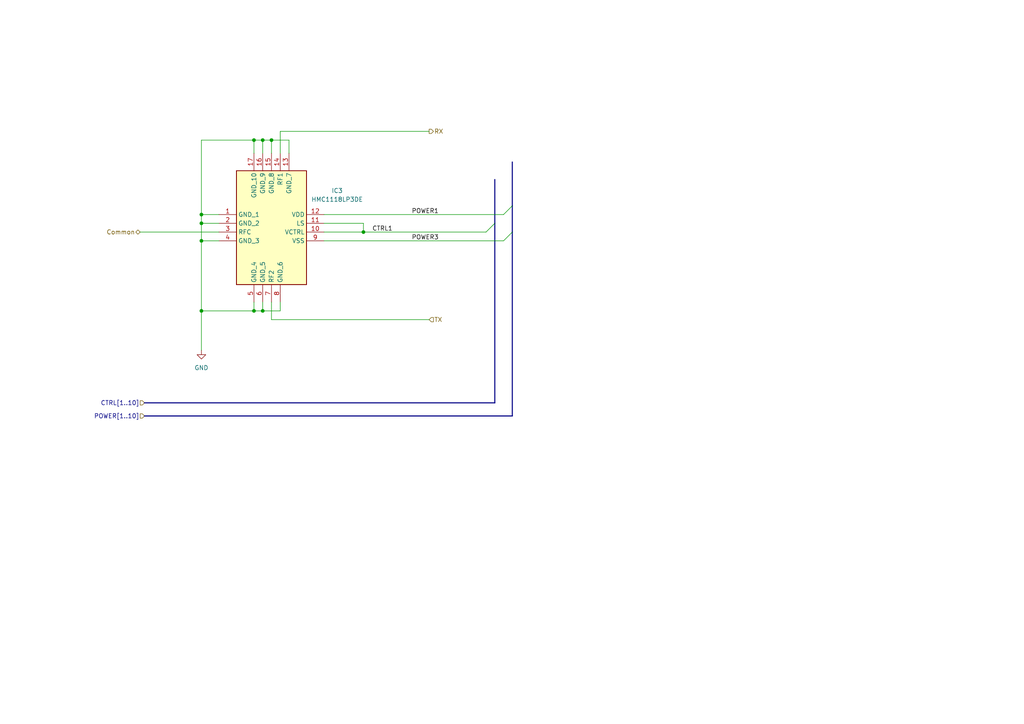
<source format=kicad_sch>
(kicad_sch (version 20230121) (generator eeschema)
  (paper "A4")
  (title_block (title "PLUTO RF Front-End Card") (rev " 001") (company "Steves Custom Computers"))
  (lib_symbols
    (symbol "Mouser:HMC1118LP3DE"
      (property "Reference" "IC" (at 26.67 17.78 0))
      (property "Value" "HMC1118LP3DE" (at 26.67 15.24 0))
      (symbol "HMC1118LP3DE_1_1"
        (rectangle (start 5.08 12.7) (end 25.4 -20.32) (stroke (width 0.254)) (fill (type background)))
        (pin passive line (at 0 0 0) (length 5.08) (name "GND_1") (number "1"))
        (pin passive line (at 30.48 -5.08 180) (length 5.08) (name "VCTRL") (number "10"))
        (pin passive line (at 30.48 -2.54 180) (length 5.08) (name "LS") (number "11"))
        (pin passive line (at 30.48 0 180) (length 5.08) (name "VDD") (number "12"))
        (pin passive line (at 20.32 17.78 270) (length 5.08) (name "GND_7") (number "13"))
        (pin passive line (at 17.78 17.78 270) (length 5.08) (name "RF1") (number "14"))
        (pin passive line (at 15.24 17.78 270) (length 5.08) (name "GND_8") (number "15"))
        (pin passive line (at 12.7 17.78 270) (length 5.08) (name "GND_9") (number "16"))
        (pin passive line (at 10.16 17.78 270) (length 5.08) (name "GND_10") (number "17"))
        (pin passive line (at 0 -2.54 0) (length 5.08) (name "GND_2") (number "2"))
        (pin passive line (at 0 -5.08 0) (length 5.08) (name "RFC") (number "3"))
        (pin passive line (at 0 -7.62 0) (length 5.08) (name "GND_3") (number "4"))
        (pin passive line (at 10.16 -25.4 90) (length 5.08) (name "GND_4") (number "5"))
        (pin passive line (at 12.7 -25.4 90) (length 5.08) (name "GND_5") (number "6"))
        (pin passive line (at 15.24 -25.4 90) (length 5.08) (name "RF2") (number "7"))
        (pin passive line (at 17.78 -25.4 90) (length 5.08) (name "GND_6") (number "8"))
        (pin passive line (at 30.48 -7.62 180) (length 5.08) (name "VSS") (number "9"))
      )
    )
    (symbol "power:GND" (power) (pin_names (offset 0))
      (property "Value" "GND" (at 0 -3.81 0))
      (symbol "GND_0_1"
        (polyline (pts (xy 0 0) (xy 0 -1.27) (xy 1.27 -1.27) (xy 0 -2.54) (xy -1.27 -1.27) (xy 0 -1.27)))
      )
      (symbol "GND_1_1"
        (pin power_in line (at 0 0 270) (length 0) hide (name "GND") (number "1"))
      )
    )
  )
  (bus_alias "POWER[1..10]" (members "+3.3V" "-3.3V" "-2.5V" "1.8V" "1.8V"))
  (junction (at 58.42 90.17))
  (junction (at 73.66 90.17))
  (junction (at 78.74 40.64))
  (junction (at 76.2 40.64))
  (junction (at 105.41 67.31))
  (junction (at 58.42 69.85))
  (junction (at 76.2 90.17))
  (junction (at 58.42 62.23))
  (junction (at 73.66 40.64))
  (junction (at 58.42 64.77))
  (bus_entry (at 143.51 64.77) (size -2.54 2.54))
  (bus_entry (at 148.59 67.31) (size -2.54 2.54))
  (bus_entry (at 148.59 59.69) (size -2.54 2.54))
  (bus (pts (xy 143.51 52.07) (xy 143.51 64.77)))
  (wire (pts (xy 58.42 69.85) (xy 58.42 90.17)))
  (wire (pts (xy 105.41 67.31) (xy 140.97 67.31)))
  (wire (pts (xy 105.41 67.31) (xy 105.41 64.77)))
  (wire (pts (xy 58.42 40.64) (xy 58.42 62.23)))
  (wire (pts (xy 73.66 40.64) (xy 73.66 44.45)))
  (wire (pts (xy 93.98 64.77) (xy 105.41 64.77)))
  (wire (pts (xy 78.74 87.63) (xy 78.74 92.71)))
  (wire (pts (xy 73.66 87.63) (xy 73.66 90.17)))
  (wire (pts (xy 81.28 44.45) (xy 81.28 38.1)))
  (bus (pts (xy 41.91 116.84) (xy 143.51 116.84)))
  (wire (pts (xy 73.66 90.17) (xy 58.42 90.17)))
  (wire (pts (xy 76.2 40.64) (xy 73.66 40.64)))
  (wire (pts (xy 81.28 38.1) (xy 124.46 38.1)))
  (wire (pts (xy 58.42 64.77) (xy 58.42 69.85)))
  (bus (pts (xy 148.59 59.69) (xy 148.59 67.31)))
  (wire (pts (xy 40.64 67.31) (xy 63.5 67.31)))
  (wire (pts (xy 93.98 69.85) (xy 146.05 69.85)))
  (wire (pts (xy 93.98 62.23) (xy 146.05 62.23)))
  (wire (pts (xy 81.28 90.17) (xy 76.2 90.17)))
  (wire (pts (xy 83.82 40.64) (xy 78.74 40.64)))
  (wire (pts (xy 76.2 90.17) (xy 73.66 90.17)))
  (wire (pts (xy 58.42 69.85) (xy 63.5 69.85)))
  (bus (pts (xy 143.51 64.77) (xy 143.51 116.84)))
  (bus (pts (xy 148.59 120.65) (xy 148.59 67.31)))
  (wire (pts (xy 58.42 90.17) (xy 58.42 101.6)))
  (wire (pts (xy 63.5 62.23) (xy 58.42 62.23)))
  (wire (pts (xy 58.42 64.77) (xy 63.5 64.77)))
  (wire (pts (xy 73.66 40.64) (xy 58.42 40.64)))
  (wire (pts (xy 81.28 87.63) (xy 81.28 90.17)))
  (wire (pts (xy 58.42 62.23) (xy 58.42 64.77)))
  (wire (pts (xy 83.82 44.45) (xy 83.82 40.64)))
  (wire (pts (xy 78.74 40.64) (xy 78.74 44.45)))
  (wire (pts (xy 78.74 40.64) (xy 76.2 40.64)))
  (wire (pts (xy 76.2 87.63) (xy 76.2 90.17)))
  (bus (pts (xy 41.91 120.65) (xy 148.59 120.65)))
  (wire (pts (xy 76.2 40.64) (xy 76.2 44.45)))
  (bus (pts (xy 148.59 46.99) (xy 148.59 59.69)))
  (wire (pts (xy 93.98 67.31) (xy 105.41 67.31)))
  (wire (pts (xy 78.74 92.71) (xy 124.46 92.71)))
  (label "POWER1" (at 119.38 62.23 0))
  (label "CTRL1" (at 107.95 67.31 0))
  (label "POWER3" (at 119.38 69.85 0))
  (hierarchical_label "RX" (shape output) (at 124.46 38.1 0))
  (hierarchical_label "POWER[1..10]" (shape input) (at 41.91 120.65 180))
  (hierarchical_label "TX" (shape input) (at 124.46 92.71 0))
  (hierarchical_label "CTRL[1..10]" (shape input) (at 41.91 116.84 180))
  (hierarchical_label "Common" (shape bidirectional) (at 40.64 67.31 180))
  (symbol (lib_id "power:GND") (at 58.42 101.6 0) (unit 1)
    (property "Reference" "#PWR012" (effects hide))
    (property "Value" "GND" (at 58.42 106.68 0))
  )
  (symbol (lib_id "Mouser:HMC1118LP3DE") (at 63.5 62.23 0) (unit 1)
    (property "Reference" "IC3" (at 97.79 55.3019 0))
    (property "Value" "HMC1118LP3DE" (at 97.79 57.8419 0))
    (property "Footprint" "QFN50P300X300X95-17N-D" (effects hide))
    (property "Datasheet" "https://www.analog.com/media/en/technical-documentation/data-sheets/hmc1118.pdf" (effects hide))
    (property "Height" "0.95" (effects hide))
    (property "Mouser Part Number" "584-HMC1118LP3DE" (effects hide))
    (property "Mouser Price/Stock" "https://www.mouser.co.uk/ProductDetail/Analog-Devices/HMC1118LP3DE?qs=XflvcvBPbgWU5ZqFgottdg%3D%3D" (effects hide))
    (property "Manufacturer_Name" "Analog Devices" (effects hide))
    (property "Manufacturer_Part_Number" "HMC1118LP3DE" (effects hide))
    (instances (project "UpDownConverter" (path "" (reference "IC3") (unit 1)) (path "" (reference "IC6") (unit 1))))
  )
)
</source>
